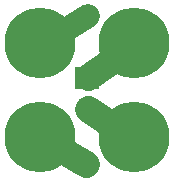
<source format=gtl>
%TF.GenerationSoftware,KiCad,Pcbnew,4.0.5-e0-6337~49~ubuntu16.04.1*%
%TF.CreationDate,2017-05-29T07:00:09-07:00*%
%TF.ProjectId,2x2-LED-RGB-TH-4PIN,3278322D4C45442D5247422D54482D34,v1.1*%
%TF.FileFunction,Copper,L1,Top,Signal*%
%FSLAX46Y46*%
G04 Gerber Fmt 4.6, Leading zero omitted, Abs format (unit mm)*
G04 Created by KiCad (PCBNEW 4.0.5-e0-6337~49~ubuntu16.04.1) date Mon May 29 07:00:09 2017*
%MOMM*%
%LPD*%
G01*
G04 APERTURE LIST*
%ADD10C,0.350000*%
%ADD11C,2.000000*%
%ADD12C,2.286000*%
%ADD13R,2.000000X1.900000*%
%ADD14C,1.900000*%
%ADD15C,6.000000*%
%ADD16C,0.350000*%
G04 APERTURE END LIST*
D10*
D11*
X27229800Y-34086800D02*
X23165800Y-36626800D01*
D12*
X27229800Y-39293800D02*
X31420800Y-36372800D01*
X31420800Y-44754800D02*
X27229800Y-41960800D01*
X27102800Y-46659800D02*
X23165800Y-44373800D01*
D13*
X27165800Y-39373800D03*
D14*
X27165800Y-41913800D03*
D15*
X23165800Y-44373800D03*
X23165800Y-36373800D03*
X31165800Y-36373800D03*
X31165800Y-44373800D03*
D14*
X27165800Y-46623800D03*
X27165800Y-34123800D03*
D16*
X27165800Y-39373800D03*
X27165800Y-41913800D03*
X23165800Y-44373800D03*
X23165800Y-36373800D03*
X31165800Y-36373800D03*
X31165800Y-44373800D03*
X27165800Y-46623800D03*
X27165800Y-34123800D03*
M02*

</source>
